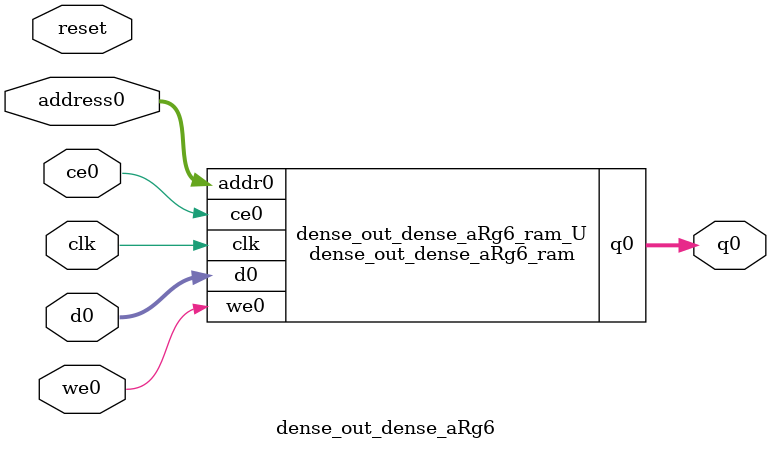
<source format=v>
`timescale 1 ns / 1 ps
module dense_out_dense_aRg6_ram (addr0, ce0, d0, we0, q0,  clk);

parameter DWIDTH = 32;
parameter AWIDTH = 4;
parameter MEM_SIZE = 10;

input[AWIDTH-1:0] addr0;
input ce0;
input[DWIDTH-1:0] d0;
input we0;
output reg[DWIDTH-1:0] q0;
input clk;

(* ram_style = "distributed" *)reg [DWIDTH-1:0] ram[0:MEM_SIZE-1];




always @(posedge clk)  
begin 
    if (ce0) 
    begin
        if (we0) 
        begin 
            ram[addr0] <= d0; 
        end 
        q0 <= ram[addr0];
    end
end


endmodule

`timescale 1 ns / 1 ps
module dense_out_dense_aRg6(
    reset,
    clk,
    address0,
    ce0,
    we0,
    d0,
    q0);

parameter DataWidth = 32'd32;
parameter AddressRange = 32'd10;
parameter AddressWidth = 32'd4;
input reset;
input clk;
input[AddressWidth - 1:0] address0;
input ce0;
input we0;
input[DataWidth - 1:0] d0;
output[DataWidth - 1:0] q0;



dense_out_dense_aRg6_ram dense_out_dense_aRg6_ram_U(
    .clk( clk ),
    .addr0( address0 ),
    .ce0( ce0 ),
    .we0( we0 ),
    .d0( d0 ),
    .q0( q0 ));

endmodule


</source>
